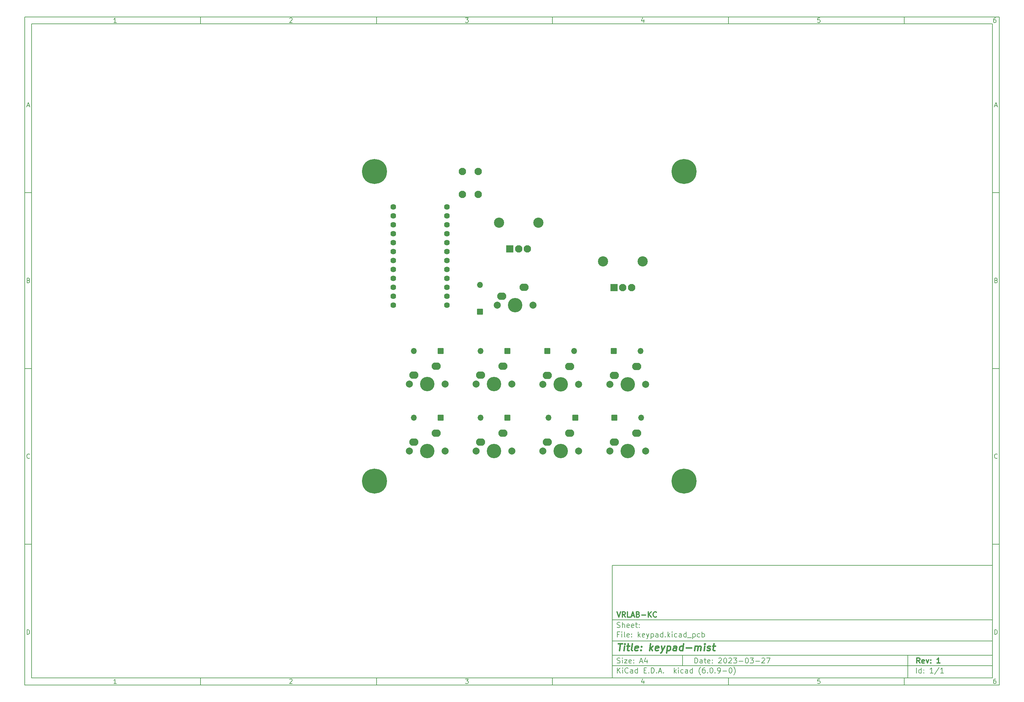
<source format=gbr>
G04 #@! TF.GenerationSoftware,KiCad,Pcbnew,(6.0.9-0)*
G04 #@! TF.CreationDate,2023-03-29T20:51:07+09:00*
G04 #@! TF.ProjectId,keypad,6b657970-6164-42e6-9b69-6361645f7063,1*
G04 #@! TF.SameCoordinates,Original*
G04 #@! TF.FileFunction,Soldermask,Bot*
G04 #@! TF.FilePolarity,Negative*
%FSLAX46Y46*%
G04 Gerber Fmt 4.6, Leading zero omitted, Abs format (unit mm)*
G04 Created by KiCad (PCBNEW (6.0.9-0)) date 2023-03-29 20:51:07*
%MOMM*%
%LPD*%
G01*
G04 APERTURE LIST*
G04 Aperture macros list*
%AMRoundRect*
0 Rectangle with rounded corners*
0 $1 Rounding radius*
0 $2 $3 $4 $5 $6 $7 $8 $9 X,Y pos of 4 corners*
0 Add a 4 corners polygon primitive as box body*
4,1,4,$2,$3,$4,$5,$6,$7,$8,$9,$2,$3,0*
0 Add four circle primitives for the rounded corners*
1,1,$1+$1,$2,$3*
1,1,$1+$1,$4,$5*
1,1,$1+$1,$6,$7*
1,1,$1+$1,$8,$9*
0 Add four rect primitives between the rounded corners*
20,1,$1+$1,$2,$3,$4,$5,0*
20,1,$1+$1,$4,$5,$6,$7,0*
20,1,$1+$1,$6,$7,$8,$9,0*
20,1,$1+$1,$8,$9,$2,$3,0*%
G04 Aperture macros list end*
%ADD10C,0.100000*%
%ADD11C,0.150000*%
%ADD12C,0.300000*%
%ADD13C,0.400000*%
%ADD14C,4.100000*%
%ADD15C,2.000000*%
%ADD16O,2.600000X2.100000*%
%ADD17RoundRect,0.050000X-0.800000X-0.800000X0.800000X-0.800000X0.800000X0.800000X-0.800000X0.800000X0*%
%ADD18O,1.700000X1.700000*%
%ADD19C,4.000000*%
%ADD20C,7.100000*%
%ADD21RoundRect,0.050000X0.800000X-0.800000X0.800000X0.800000X-0.800000X0.800000X-0.800000X-0.800000X0*%
%ADD22RoundRect,0.050000X0.800000X0.800000X-0.800000X0.800000X-0.800000X-0.800000X0.800000X-0.800000X0*%
%ADD23RoundRect,0.050000X1.000000X-1.000000X1.000000X1.000000X-1.000000X1.000000X-1.000000X-1.000000X0*%
%ADD24C,2.100000*%
%ADD25C,2.900000*%
%ADD26C,1.624000*%
G04 APERTURE END LIST*
D10*
D11*
X177002200Y-166007200D02*
X177002200Y-198007200D01*
X285002200Y-198007200D01*
X285002200Y-166007200D01*
X177002200Y-166007200D01*
D10*
D11*
X10000000Y-10000000D02*
X10000000Y-200007200D01*
X287002200Y-200007200D01*
X287002200Y-10000000D01*
X10000000Y-10000000D01*
D10*
D11*
X12000000Y-12000000D02*
X12000000Y-198007200D01*
X285002200Y-198007200D01*
X285002200Y-12000000D01*
X12000000Y-12000000D01*
D10*
D11*
X60000000Y-12000000D02*
X60000000Y-10000000D01*
D10*
D11*
X110000000Y-12000000D02*
X110000000Y-10000000D01*
D10*
D11*
X160000000Y-12000000D02*
X160000000Y-10000000D01*
D10*
D11*
X210000000Y-12000000D02*
X210000000Y-10000000D01*
D10*
D11*
X260000000Y-12000000D02*
X260000000Y-10000000D01*
D10*
D11*
X36065476Y-11588095D02*
X35322619Y-11588095D01*
X35694047Y-11588095D02*
X35694047Y-10288095D01*
X35570238Y-10473809D01*
X35446428Y-10597619D01*
X35322619Y-10659523D01*
D10*
D11*
X85322619Y-10411904D02*
X85384523Y-10350000D01*
X85508333Y-10288095D01*
X85817857Y-10288095D01*
X85941666Y-10350000D01*
X86003571Y-10411904D01*
X86065476Y-10535714D01*
X86065476Y-10659523D01*
X86003571Y-10845238D01*
X85260714Y-11588095D01*
X86065476Y-11588095D01*
D10*
D11*
X135260714Y-10288095D02*
X136065476Y-10288095D01*
X135632142Y-10783333D01*
X135817857Y-10783333D01*
X135941666Y-10845238D01*
X136003571Y-10907142D01*
X136065476Y-11030952D01*
X136065476Y-11340476D01*
X136003571Y-11464285D01*
X135941666Y-11526190D01*
X135817857Y-11588095D01*
X135446428Y-11588095D01*
X135322619Y-11526190D01*
X135260714Y-11464285D01*
D10*
D11*
X185941666Y-10721428D02*
X185941666Y-11588095D01*
X185632142Y-10226190D02*
X185322619Y-11154761D01*
X186127380Y-11154761D01*
D10*
D11*
X236003571Y-10288095D02*
X235384523Y-10288095D01*
X235322619Y-10907142D01*
X235384523Y-10845238D01*
X235508333Y-10783333D01*
X235817857Y-10783333D01*
X235941666Y-10845238D01*
X236003571Y-10907142D01*
X236065476Y-11030952D01*
X236065476Y-11340476D01*
X236003571Y-11464285D01*
X235941666Y-11526190D01*
X235817857Y-11588095D01*
X235508333Y-11588095D01*
X235384523Y-11526190D01*
X235322619Y-11464285D01*
D10*
D11*
X285941666Y-10288095D02*
X285694047Y-10288095D01*
X285570238Y-10350000D01*
X285508333Y-10411904D01*
X285384523Y-10597619D01*
X285322619Y-10845238D01*
X285322619Y-11340476D01*
X285384523Y-11464285D01*
X285446428Y-11526190D01*
X285570238Y-11588095D01*
X285817857Y-11588095D01*
X285941666Y-11526190D01*
X286003571Y-11464285D01*
X286065476Y-11340476D01*
X286065476Y-11030952D01*
X286003571Y-10907142D01*
X285941666Y-10845238D01*
X285817857Y-10783333D01*
X285570238Y-10783333D01*
X285446428Y-10845238D01*
X285384523Y-10907142D01*
X285322619Y-11030952D01*
D10*
D11*
X60000000Y-198007200D02*
X60000000Y-200007200D01*
D10*
D11*
X110000000Y-198007200D02*
X110000000Y-200007200D01*
D10*
D11*
X160000000Y-198007200D02*
X160000000Y-200007200D01*
D10*
D11*
X210000000Y-198007200D02*
X210000000Y-200007200D01*
D10*
D11*
X260000000Y-198007200D02*
X260000000Y-200007200D01*
D10*
D11*
X36065476Y-199595295D02*
X35322619Y-199595295D01*
X35694047Y-199595295D02*
X35694047Y-198295295D01*
X35570238Y-198481009D01*
X35446428Y-198604819D01*
X35322619Y-198666723D01*
D10*
D11*
X85322619Y-198419104D02*
X85384523Y-198357200D01*
X85508333Y-198295295D01*
X85817857Y-198295295D01*
X85941666Y-198357200D01*
X86003571Y-198419104D01*
X86065476Y-198542914D01*
X86065476Y-198666723D01*
X86003571Y-198852438D01*
X85260714Y-199595295D01*
X86065476Y-199595295D01*
D10*
D11*
X135260714Y-198295295D02*
X136065476Y-198295295D01*
X135632142Y-198790533D01*
X135817857Y-198790533D01*
X135941666Y-198852438D01*
X136003571Y-198914342D01*
X136065476Y-199038152D01*
X136065476Y-199347676D01*
X136003571Y-199471485D01*
X135941666Y-199533390D01*
X135817857Y-199595295D01*
X135446428Y-199595295D01*
X135322619Y-199533390D01*
X135260714Y-199471485D01*
D10*
D11*
X185941666Y-198728628D02*
X185941666Y-199595295D01*
X185632142Y-198233390D02*
X185322619Y-199161961D01*
X186127380Y-199161961D01*
D10*
D11*
X236003571Y-198295295D02*
X235384523Y-198295295D01*
X235322619Y-198914342D01*
X235384523Y-198852438D01*
X235508333Y-198790533D01*
X235817857Y-198790533D01*
X235941666Y-198852438D01*
X236003571Y-198914342D01*
X236065476Y-199038152D01*
X236065476Y-199347676D01*
X236003571Y-199471485D01*
X235941666Y-199533390D01*
X235817857Y-199595295D01*
X235508333Y-199595295D01*
X235384523Y-199533390D01*
X235322619Y-199471485D01*
D10*
D11*
X285941666Y-198295295D02*
X285694047Y-198295295D01*
X285570238Y-198357200D01*
X285508333Y-198419104D01*
X285384523Y-198604819D01*
X285322619Y-198852438D01*
X285322619Y-199347676D01*
X285384523Y-199471485D01*
X285446428Y-199533390D01*
X285570238Y-199595295D01*
X285817857Y-199595295D01*
X285941666Y-199533390D01*
X286003571Y-199471485D01*
X286065476Y-199347676D01*
X286065476Y-199038152D01*
X286003571Y-198914342D01*
X285941666Y-198852438D01*
X285817857Y-198790533D01*
X285570238Y-198790533D01*
X285446428Y-198852438D01*
X285384523Y-198914342D01*
X285322619Y-199038152D01*
D10*
D11*
X10000000Y-60000000D02*
X12000000Y-60000000D01*
D10*
D11*
X10000000Y-110000000D02*
X12000000Y-110000000D01*
D10*
D11*
X10000000Y-160000000D02*
X12000000Y-160000000D01*
D10*
D11*
X10690476Y-35216666D02*
X11309523Y-35216666D01*
X10566666Y-35588095D02*
X11000000Y-34288095D01*
X11433333Y-35588095D01*
D10*
D11*
X11092857Y-84907142D02*
X11278571Y-84969047D01*
X11340476Y-85030952D01*
X11402380Y-85154761D01*
X11402380Y-85340476D01*
X11340476Y-85464285D01*
X11278571Y-85526190D01*
X11154761Y-85588095D01*
X10659523Y-85588095D01*
X10659523Y-84288095D01*
X11092857Y-84288095D01*
X11216666Y-84350000D01*
X11278571Y-84411904D01*
X11340476Y-84535714D01*
X11340476Y-84659523D01*
X11278571Y-84783333D01*
X11216666Y-84845238D01*
X11092857Y-84907142D01*
X10659523Y-84907142D01*
D10*
D11*
X11402380Y-135464285D02*
X11340476Y-135526190D01*
X11154761Y-135588095D01*
X11030952Y-135588095D01*
X10845238Y-135526190D01*
X10721428Y-135402380D01*
X10659523Y-135278571D01*
X10597619Y-135030952D01*
X10597619Y-134845238D01*
X10659523Y-134597619D01*
X10721428Y-134473809D01*
X10845238Y-134350000D01*
X11030952Y-134288095D01*
X11154761Y-134288095D01*
X11340476Y-134350000D01*
X11402380Y-134411904D01*
D10*
D11*
X10659523Y-185588095D02*
X10659523Y-184288095D01*
X10969047Y-184288095D01*
X11154761Y-184350000D01*
X11278571Y-184473809D01*
X11340476Y-184597619D01*
X11402380Y-184845238D01*
X11402380Y-185030952D01*
X11340476Y-185278571D01*
X11278571Y-185402380D01*
X11154761Y-185526190D01*
X10969047Y-185588095D01*
X10659523Y-185588095D01*
D10*
D11*
X287002200Y-60000000D02*
X285002200Y-60000000D01*
D10*
D11*
X287002200Y-110000000D02*
X285002200Y-110000000D01*
D10*
D11*
X287002200Y-160000000D02*
X285002200Y-160000000D01*
D10*
D11*
X285692676Y-35216666D02*
X286311723Y-35216666D01*
X285568866Y-35588095D02*
X286002200Y-34288095D01*
X286435533Y-35588095D01*
D10*
D11*
X286095057Y-84907142D02*
X286280771Y-84969047D01*
X286342676Y-85030952D01*
X286404580Y-85154761D01*
X286404580Y-85340476D01*
X286342676Y-85464285D01*
X286280771Y-85526190D01*
X286156961Y-85588095D01*
X285661723Y-85588095D01*
X285661723Y-84288095D01*
X286095057Y-84288095D01*
X286218866Y-84350000D01*
X286280771Y-84411904D01*
X286342676Y-84535714D01*
X286342676Y-84659523D01*
X286280771Y-84783333D01*
X286218866Y-84845238D01*
X286095057Y-84907142D01*
X285661723Y-84907142D01*
D10*
D11*
X286404580Y-135464285D02*
X286342676Y-135526190D01*
X286156961Y-135588095D01*
X286033152Y-135588095D01*
X285847438Y-135526190D01*
X285723628Y-135402380D01*
X285661723Y-135278571D01*
X285599819Y-135030952D01*
X285599819Y-134845238D01*
X285661723Y-134597619D01*
X285723628Y-134473809D01*
X285847438Y-134350000D01*
X286033152Y-134288095D01*
X286156961Y-134288095D01*
X286342676Y-134350000D01*
X286404580Y-134411904D01*
D10*
D11*
X285661723Y-185588095D02*
X285661723Y-184288095D01*
X285971247Y-184288095D01*
X286156961Y-184350000D01*
X286280771Y-184473809D01*
X286342676Y-184597619D01*
X286404580Y-184845238D01*
X286404580Y-185030952D01*
X286342676Y-185278571D01*
X286280771Y-185402380D01*
X286156961Y-185526190D01*
X285971247Y-185588095D01*
X285661723Y-185588095D01*
D10*
D11*
X200434342Y-193785771D02*
X200434342Y-192285771D01*
X200791485Y-192285771D01*
X201005771Y-192357200D01*
X201148628Y-192500057D01*
X201220057Y-192642914D01*
X201291485Y-192928628D01*
X201291485Y-193142914D01*
X201220057Y-193428628D01*
X201148628Y-193571485D01*
X201005771Y-193714342D01*
X200791485Y-193785771D01*
X200434342Y-193785771D01*
X202577200Y-193785771D02*
X202577200Y-193000057D01*
X202505771Y-192857200D01*
X202362914Y-192785771D01*
X202077200Y-192785771D01*
X201934342Y-192857200D01*
X202577200Y-193714342D02*
X202434342Y-193785771D01*
X202077200Y-193785771D01*
X201934342Y-193714342D01*
X201862914Y-193571485D01*
X201862914Y-193428628D01*
X201934342Y-193285771D01*
X202077200Y-193214342D01*
X202434342Y-193214342D01*
X202577200Y-193142914D01*
X203077200Y-192785771D02*
X203648628Y-192785771D01*
X203291485Y-192285771D02*
X203291485Y-193571485D01*
X203362914Y-193714342D01*
X203505771Y-193785771D01*
X203648628Y-193785771D01*
X204720057Y-193714342D02*
X204577200Y-193785771D01*
X204291485Y-193785771D01*
X204148628Y-193714342D01*
X204077200Y-193571485D01*
X204077200Y-193000057D01*
X204148628Y-192857200D01*
X204291485Y-192785771D01*
X204577200Y-192785771D01*
X204720057Y-192857200D01*
X204791485Y-193000057D01*
X204791485Y-193142914D01*
X204077200Y-193285771D01*
X205434342Y-193642914D02*
X205505771Y-193714342D01*
X205434342Y-193785771D01*
X205362914Y-193714342D01*
X205434342Y-193642914D01*
X205434342Y-193785771D01*
X205434342Y-192857200D02*
X205505771Y-192928628D01*
X205434342Y-193000057D01*
X205362914Y-192928628D01*
X205434342Y-192857200D01*
X205434342Y-193000057D01*
X207220057Y-192428628D02*
X207291485Y-192357200D01*
X207434342Y-192285771D01*
X207791485Y-192285771D01*
X207934342Y-192357200D01*
X208005771Y-192428628D01*
X208077200Y-192571485D01*
X208077200Y-192714342D01*
X208005771Y-192928628D01*
X207148628Y-193785771D01*
X208077200Y-193785771D01*
X209005771Y-192285771D02*
X209148628Y-192285771D01*
X209291485Y-192357200D01*
X209362914Y-192428628D01*
X209434342Y-192571485D01*
X209505771Y-192857200D01*
X209505771Y-193214342D01*
X209434342Y-193500057D01*
X209362914Y-193642914D01*
X209291485Y-193714342D01*
X209148628Y-193785771D01*
X209005771Y-193785771D01*
X208862914Y-193714342D01*
X208791485Y-193642914D01*
X208720057Y-193500057D01*
X208648628Y-193214342D01*
X208648628Y-192857200D01*
X208720057Y-192571485D01*
X208791485Y-192428628D01*
X208862914Y-192357200D01*
X209005771Y-192285771D01*
X210077200Y-192428628D02*
X210148628Y-192357200D01*
X210291485Y-192285771D01*
X210648628Y-192285771D01*
X210791485Y-192357200D01*
X210862914Y-192428628D01*
X210934342Y-192571485D01*
X210934342Y-192714342D01*
X210862914Y-192928628D01*
X210005771Y-193785771D01*
X210934342Y-193785771D01*
X211434342Y-192285771D02*
X212362914Y-192285771D01*
X211862914Y-192857200D01*
X212077200Y-192857200D01*
X212220057Y-192928628D01*
X212291485Y-193000057D01*
X212362914Y-193142914D01*
X212362914Y-193500057D01*
X212291485Y-193642914D01*
X212220057Y-193714342D01*
X212077200Y-193785771D01*
X211648628Y-193785771D01*
X211505771Y-193714342D01*
X211434342Y-193642914D01*
X213005771Y-193214342D02*
X214148628Y-193214342D01*
X215148628Y-192285771D02*
X215291485Y-192285771D01*
X215434342Y-192357200D01*
X215505771Y-192428628D01*
X215577200Y-192571485D01*
X215648628Y-192857200D01*
X215648628Y-193214342D01*
X215577200Y-193500057D01*
X215505771Y-193642914D01*
X215434342Y-193714342D01*
X215291485Y-193785771D01*
X215148628Y-193785771D01*
X215005771Y-193714342D01*
X214934342Y-193642914D01*
X214862914Y-193500057D01*
X214791485Y-193214342D01*
X214791485Y-192857200D01*
X214862914Y-192571485D01*
X214934342Y-192428628D01*
X215005771Y-192357200D01*
X215148628Y-192285771D01*
X216148628Y-192285771D02*
X217077200Y-192285771D01*
X216577200Y-192857200D01*
X216791485Y-192857200D01*
X216934342Y-192928628D01*
X217005771Y-193000057D01*
X217077200Y-193142914D01*
X217077200Y-193500057D01*
X217005771Y-193642914D01*
X216934342Y-193714342D01*
X216791485Y-193785771D01*
X216362914Y-193785771D01*
X216220057Y-193714342D01*
X216148628Y-193642914D01*
X217720057Y-193214342D02*
X218862914Y-193214342D01*
X219505771Y-192428628D02*
X219577200Y-192357200D01*
X219720057Y-192285771D01*
X220077200Y-192285771D01*
X220220057Y-192357200D01*
X220291485Y-192428628D01*
X220362914Y-192571485D01*
X220362914Y-192714342D01*
X220291485Y-192928628D01*
X219434342Y-193785771D01*
X220362914Y-193785771D01*
X220862914Y-192285771D02*
X221862914Y-192285771D01*
X221220057Y-193785771D01*
D10*
D11*
X177002200Y-194507200D02*
X285002200Y-194507200D01*
D10*
D11*
X178434342Y-196585771D02*
X178434342Y-195085771D01*
X179291485Y-196585771D02*
X178648628Y-195728628D01*
X179291485Y-195085771D02*
X178434342Y-195942914D01*
X179934342Y-196585771D02*
X179934342Y-195585771D01*
X179934342Y-195085771D02*
X179862914Y-195157200D01*
X179934342Y-195228628D01*
X180005771Y-195157200D01*
X179934342Y-195085771D01*
X179934342Y-195228628D01*
X181505771Y-196442914D02*
X181434342Y-196514342D01*
X181220057Y-196585771D01*
X181077200Y-196585771D01*
X180862914Y-196514342D01*
X180720057Y-196371485D01*
X180648628Y-196228628D01*
X180577200Y-195942914D01*
X180577200Y-195728628D01*
X180648628Y-195442914D01*
X180720057Y-195300057D01*
X180862914Y-195157200D01*
X181077200Y-195085771D01*
X181220057Y-195085771D01*
X181434342Y-195157200D01*
X181505771Y-195228628D01*
X182791485Y-196585771D02*
X182791485Y-195800057D01*
X182720057Y-195657200D01*
X182577200Y-195585771D01*
X182291485Y-195585771D01*
X182148628Y-195657200D01*
X182791485Y-196514342D02*
X182648628Y-196585771D01*
X182291485Y-196585771D01*
X182148628Y-196514342D01*
X182077200Y-196371485D01*
X182077200Y-196228628D01*
X182148628Y-196085771D01*
X182291485Y-196014342D01*
X182648628Y-196014342D01*
X182791485Y-195942914D01*
X184148628Y-196585771D02*
X184148628Y-195085771D01*
X184148628Y-196514342D02*
X184005771Y-196585771D01*
X183720057Y-196585771D01*
X183577200Y-196514342D01*
X183505771Y-196442914D01*
X183434342Y-196300057D01*
X183434342Y-195871485D01*
X183505771Y-195728628D01*
X183577200Y-195657200D01*
X183720057Y-195585771D01*
X184005771Y-195585771D01*
X184148628Y-195657200D01*
X186005771Y-195800057D02*
X186505771Y-195800057D01*
X186720057Y-196585771D02*
X186005771Y-196585771D01*
X186005771Y-195085771D01*
X186720057Y-195085771D01*
X187362914Y-196442914D02*
X187434342Y-196514342D01*
X187362914Y-196585771D01*
X187291485Y-196514342D01*
X187362914Y-196442914D01*
X187362914Y-196585771D01*
X188077200Y-196585771D02*
X188077200Y-195085771D01*
X188434342Y-195085771D01*
X188648628Y-195157200D01*
X188791485Y-195300057D01*
X188862914Y-195442914D01*
X188934342Y-195728628D01*
X188934342Y-195942914D01*
X188862914Y-196228628D01*
X188791485Y-196371485D01*
X188648628Y-196514342D01*
X188434342Y-196585771D01*
X188077200Y-196585771D01*
X189577200Y-196442914D02*
X189648628Y-196514342D01*
X189577200Y-196585771D01*
X189505771Y-196514342D01*
X189577200Y-196442914D01*
X189577200Y-196585771D01*
X190220057Y-196157200D02*
X190934342Y-196157200D01*
X190077200Y-196585771D02*
X190577200Y-195085771D01*
X191077200Y-196585771D01*
X191577200Y-196442914D02*
X191648628Y-196514342D01*
X191577200Y-196585771D01*
X191505771Y-196514342D01*
X191577200Y-196442914D01*
X191577200Y-196585771D01*
X194577200Y-196585771D02*
X194577200Y-195085771D01*
X194720057Y-196014342D02*
X195148628Y-196585771D01*
X195148628Y-195585771D02*
X194577200Y-196157200D01*
X195791485Y-196585771D02*
X195791485Y-195585771D01*
X195791485Y-195085771D02*
X195720057Y-195157200D01*
X195791485Y-195228628D01*
X195862914Y-195157200D01*
X195791485Y-195085771D01*
X195791485Y-195228628D01*
X197148628Y-196514342D02*
X197005771Y-196585771D01*
X196720057Y-196585771D01*
X196577200Y-196514342D01*
X196505771Y-196442914D01*
X196434342Y-196300057D01*
X196434342Y-195871485D01*
X196505771Y-195728628D01*
X196577200Y-195657200D01*
X196720057Y-195585771D01*
X197005771Y-195585771D01*
X197148628Y-195657200D01*
X198434342Y-196585771D02*
X198434342Y-195800057D01*
X198362914Y-195657200D01*
X198220057Y-195585771D01*
X197934342Y-195585771D01*
X197791485Y-195657200D01*
X198434342Y-196514342D02*
X198291485Y-196585771D01*
X197934342Y-196585771D01*
X197791485Y-196514342D01*
X197720057Y-196371485D01*
X197720057Y-196228628D01*
X197791485Y-196085771D01*
X197934342Y-196014342D01*
X198291485Y-196014342D01*
X198434342Y-195942914D01*
X199791485Y-196585771D02*
X199791485Y-195085771D01*
X199791485Y-196514342D02*
X199648628Y-196585771D01*
X199362914Y-196585771D01*
X199220057Y-196514342D01*
X199148628Y-196442914D01*
X199077200Y-196300057D01*
X199077200Y-195871485D01*
X199148628Y-195728628D01*
X199220057Y-195657200D01*
X199362914Y-195585771D01*
X199648628Y-195585771D01*
X199791485Y-195657200D01*
X202077200Y-197157200D02*
X202005771Y-197085771D01*
X201862914Y-196871485D01*
X201791485Y-196728628D01*
X201720057Y-196514342D01*
X201648628Y-196157200D01*
X201648628Y-195871485D01*
X201720057Y-195514342D01*
X201791485Y-195300057D01*
X201862914Y-195157200D01*
X202005771Y-194942914D01*
X202077200Y-194871485D01*
X203291485Y-195085771D02*
X203005771Y-195085771D01*
X202862914Y-195157200D01*
X202791485Y-195228628D01*
X202648628Y-195442914D01*
X202577200Y-195728628D01*
X202577200Y-196300057D01*
X202648628Y-196442914D01*
X202720057Y-196514342D01*
X202862914Y-196585771D01*
X203148628Y-196585771D01*
X203291485Y-196514342D01*
X203362914Y-196442914D01*
X203434342Y-196300057D01*
X203434342Y-195942914D01*
X203362914Y-195800057D01*
X203291485Y-195728628D01*
X203148628Y-195657200D01*
X202862914Y-195657200D01*
X202720057Y-195728628D01*
X202648628Y-195800057D01*
X202577200Y-195942914D01*
X204077200Y-196442914D02*
X204148628Y-196514342D01*
X204077200Y-196585771D01*
X204005771Y-196514342D01*
X204077200Y-196442914D01*
X204077200Y-196585771D01*
X205077200Y-195085771D02*
X205220057Y-195085771D01*
X205362914Y-195157200D01*
X205434342Y-195228628D01*
X205505771Y-195371485D01*
X205577200Y-195657200D01*
X205577200Y-196014342D01*
X205505771Y-196300057D01*
X205434342Y-196442914D01*
X205362914Y-196514342D01*
X205220057Y-196585771D01*
X205077200Y-196585771D01*
X204934342Y-196514342D01*
X204862914Y-196442914D01*
X204791485Y-196300057D01*
X204720057Y-196014342D01*
X204720057Y-195657200D01*
X204791485Y-195371485D01*
X204862914Y-195228628D01*
X204934342Y-195157200D01*
X205077200Y-195085771D01*
X206220057Y-196442914D02*
X206291485Y-196514342D01*
X206220057Y-196585771D01*
X206148628Y-196514342D01*
X206220057Y-196442914D01*
X206220057Y-196585771D01*
X207005771Y-196585771D02*
X207291485Y-196585771D01*
X207434342Y-196514342D01*
X207505771Y-196442914D01*
X207648628Y-196228628D01*
X207720057Y-195942914D01*
X207720057Y-195371485D01*
X207648628Y-195228628D01*
X207577200Y-195157200D01*
X207434342Y-195085771D01*
X207148628Y-195085771D01*
X207005771Y-195157200D01*
X206934342Y-195228628D01*
X206862914Y-195371485D01*
X206862914Y-195728628D01*
X206934342Y-195871485D01*
X207005771Y-195942914D01*
X207148628Y-196014342D01*
X207434342Y-196014342D01*
X207577200Y-195942914D01*
X207648628Y-195871485D01*
X207720057Y-195728628D01*
X208362914Y-196014342D02*
X209505771Y-196014342D01*
X210505771Y-195085771D02*
X210648628Y-195085771D01*
X210791485Y-195157200D01*
X210862914Y-195228628D01*
X210934342Y-195371485D01*
X211005771Y-195657200D01*
X211005771Y-196014342D01*
X210934342Y-196300057D01*
X210862914Y-196442914D01*
X210791485Y-196514342D01*
X210648628Y-196585771D01*
X210505771Y-196585771D01*
X210362914Y-196514342D01*
X210291485Y-196442914D01*
X210220057Y-196300057D01*
X210148628Y-196014342D01*
X210148628Y-195657200D01*
X210220057Y-195371485D01*
X210291485Y-195228628D01*
X210362914Y-195157200D01*
X210505771Y-195085771D01*
X211505771Y-197157200D02*
X211577200Y-197085771D01*
X211720057Y-196871485D01*
X211791485Y-196728628D01*
X211862914Y-196514342D01*
X211934342Y-196157200D01*
X211934342Y-195871485D01*
X211862914Y-195514342D01*
X211791485Y-195300057D01*
X211720057Y-195157200D01*
X211577200Y-194942914D01*
X211505771Y-194871485D01*
D10*
D11*
X177002200Y-191507200D02*
X285002200Y-191507200D01*
D10*
D12*
X264411485Y-193785771D02*
X263911485Y-193071485D01*
X263554342Y-193785771D02*
X263554342Y-192285771D01*
X264125771Y-192285771D01*
X264268628Y-192357200D01*
X264340057Y-192428628D01*
X264411485Y-192571485D01*
X264411485Y-192785771D01*
X264340057Y-192928628D01*
X264268628Y-193000057D01*
X264125771Y-193071485D01*
X263554342Y-193071485D01*
X265625771Y-193714342D02*
X265482914Y-193785771D01*
X265197200Y-193785771D01*
X265054342Y-193714342D01*
X264982914Y-193571485D01*
X264982914Y-193000057D01*
X265054342Y-192857200D01*
X265197200Y-192785771D01*
X265482914Y-192785771D01*
X265625771Y-192857200D01*
X265697200Y-193000057D01*
X265697200Y-193142914D01*
X264982914Y-193285771D01*
X266197200Y-192785771D02*
X266554342Y-193785771D01*
X266911485Y-192785771D01*
X267482914Y-193642914D02*
X267554342Y-193714342D01*
X267482914Y-193785771D01*
X267411485Y-193714342D01*
X267482914Y-193642914D01*
X267482914Y-193785771D01*
X267482914Y-192857200D02*
X267554342Y-192928628D01*
X267482914Y-193000057D01*
X267411485Y-192928628D01*
X267482914Y-192857200D01*
X267482914Y-193000057D01*
X270125771Y-193785771D02*
X269268628Y-193785771D01*
X269697200Y-193785771D02*
X269697200Y-192285771D01*
X269554342Y-192500057D01*
X269411485Y-192642914D01*
X269268628Y-192714342D01*
D10*
D11*
X178362914Y-193714342D02*
X178577200Y-193785771D01*
X178934342Y-193785771D01*
X179077200Y-193714342D01*
X179148628Y-193642914D01*
X179220057Y-193500057D01*
X179220057Y-193357200D01*
X179148628Y-193214342D01*
X179077200Y-193142914D01*
X178934342Y-193071485D01*
X178648628Y-193000057D01*
X178505771Y-192928628D01*
X178434342Y-192857200D01*
X178362914Y-192714342D01*
X178362914Y-192571485D01*
X178434342Y-192428628D01*
X178505771Y-192357200D01*
X178648628Y-192285771D01*
X179005771Y-192285771D01*
X179220057Y-192357200D01*
X179862914Y-193785771D02*
X179862914Y-192785771D01*
X179862914Y-192285771D02*
X179791485Y-192357200D01*
X179862914Y-192428628D01*
X179934342Y-192357200D01*
X179862914Y-192285771D01*
X179862914Y-192428628D01*
X180434342Y-192785771D02*
X181220057Y-192785771D01*
X180434342Y-193785771D01*
X181220057Y-193785771D01*
X182362914Y-193714342D02*
X182220057Y-193785771D01*
X181934342Y-193785771D01*
X181791485Y-193714342D01*
X181720057Y-193571485D01*
X181720057Y-193000057D01*
X181791485Y-192857200D01*
X181934342Y-192785771D01*
X182220057Y-192785771D01*
X182362914Y-192857200D01*
X182434342Y-193000057D01*
X182434342Y-193142914D01*
X181720057Y-193285771D01*
X183077200Y-193642914D02*
X183148628Y-193714342D01*
X183077200Y-193785771D01*
X183005771Y-193714342D01*
X183077200Y-193642914D01*
X183077200Y-193785771D01*
X183077200Y-192857200D02*
X183148628Y-192928628D01*
X183077200Y-193000057D01*
X183005771Y-192928628D01*
X183077200Y-192857200D01*
X183077200Y-193000057D01*
X184862914Y-193357200D02*
X185577200Y-193357200D01*
X184720057Y-193785771D02*
X185220057Y-192285771D01*
X185720057Y-193785771D01*
X186862914Y-192785771D02*
X186862914Y-193785771D01*
X186505771Y-192214342D02*
X186148628Y-193285771D01*
X187077200Y-193285771D01*
D10*
D11*
X263434342Y-196585771D02*
X263434342Y-195085771D01*
X264791485Y-196585771D02*
X264791485Y-195085771D01*
X264791485Y-196514342D02*
X264648628Y-196585771D01*
X264362914Y-196585771D01*
X264220057Y-196514342D01*
X264148628Y-196442914D01*
X264077200Y-196300057D01*
X264077200Y-195871485D01*
X264148628Y-195728628D01*
X264220057Y-195657200D01*
X264362914Y-195585771D01*
X264648628Y-195585771D01*
X264791485Y-195657200D01*
X265505771Y-196442914D02*
X265577200Y-196514342D01*
X265505771Y-196585771D01*
X265434342Y-196514342D01*
X265505771Y-196442914D01*
X265505771Y-196585771D01*
X265505771Y-195657200D02*
X265577200Y-195728628D01*
X265505771Y-195800057D01*
X265434342Y-195728628D01*
X265505771Y-195657200D01*
X265505771Y-195800057D01*
X268148628Y-196585771D02*
X267291485Y-196585771D01*
X267720057Y-196585771D02*
X267720057Y-195085771D01*
X267577200Y-195300057D01*
X267434342Y-195442914D01*
X267291485Y-195514342D01*
X269862914Y-195014342D02*
X268577200Y-196942914D01*
X271148628Y-196585771D02*
X270291485Y-196585771D01*
X270720057Y-196585771D02*
X270720057Y-195085771D01*
X270577200Y-195300057D01*
X270434342Y-195442914D01*
X270291485Y-195514342D01*
D10*
D11*
X177002200Y-187507200D02*
X285002200Y-187507200D01*
D10*
D13*
X178714580Y-188211961D02*
X179857438Y-188211961D01*
X179036009Y-190211961D02*
X179286009Y-188211961D01*
X180274104Y-190211961D02*
X180440771Y-188878628D01*
X180524104Y-188211961D02*
X180416961Y-188307200D01*
X180500295Y-188402438D01*
X180607438Y-188307200D01*
X180524104Y-188211961D01*
X180500295Y-188402438D01*
X181107438Y-188878628D02*
X181869342Y-188878628D01*
X181476485Y-188211961D02*
X181262200Y-189926247D01*
X181333628Y-190116723D01*
X181512200Y-190211961D01*
X181702676Y-190211961D01*
X182655057Y-190211961D02*
X182476485Y-190116723D01*
X182405057Y-189926247D01*
X182619342Y-188211961D01*
X184190771Y-190116723D02*
X183988390Y-190211961D01*
X183607438Y-190211961D01*
X183428866Y-190116723D01*
X183357438Y-189926247D01*
X183452676Y-189164342D01*
X183571723Y-188973866D01*
X183774104Y-188878628D01*
X184155057Y-188878628D01*
X184333628Y-188973866D01*
X184405057Y-189164342D01*
X184381247Y-189354819D01*
X183405057Y-189545295D01*
X185155057Y-190021485D02*
X185238390Y-190116723D01*
X185131247Y-190211961D01*
X185047914Y-190116723D01*
X185155057Y-190021485D01*
X185131247Y-190211961D01*
X185286009Y-188973866D02*
X185369342Y-189069104D01*
X185262200Y-189164342D01*
X185178866Y-189069104D01*
X185286009Y-188973866D01*
X185262200Y-189164342D01*
X187607438Y-190211961D02*
X187857438Y-188211961D01*
X187893152Y-189450057D02*
X188369342Y-190211961D01*
X188536009Y-188878628D02*
X187678866Y-189640533D01*
X190000295Y-190116723D02*
X189797914Y-190211961D01*
X189416961Y-190211961D01*
X189238390Y-190116723D01*
X189166961Y-189926247D01*
X189262200Y-189164342D01*
X189381247Y-188973866D01*
X189583628Y-188878628D01*
X189964580Y-188878628D01*
X190143152Y-188973866D01*
X190214580Y-189164342D01*
X190190771Y-189354819D01*
X189214580Y-189545295D01*
X190916961Y-188878628D02*
X191226485Y-190211961D01*
X191869342Y-188878628D02*
X191226485Y-190211961D01*
X190976485Y-190688152D01*
X190869342Y-190783390D01*
X190666961Y-190878628D01*
X192631247Y-188878628D02*
X192381247Y-190878628D01*
X192619342Y-188973866D02*
X192821723Y-188878628D01*
X193202676Y-188878628D01*
X193381247Y-188973866D01*
X193464580Y-189069104D01*
X193536009Y-189259580D01*
X193464580Y-189831009D01*
X193345533Y-190021485D01*
X193238390Y-190116723D01*
X193036009Y-190211961D01*
X192655057Y-190211961D01*
X192476485Y-190116723D01*
X195131247Y-190211961D02*
X195262200Y-189164342D01*
X195190771Y-188973866D01*
X195012200Y-188878628D01*
X194631247Y-188878628D01*
X194428866Y-188973866D01*
X195143152Y-190116723D02*
X194940771Y-190211961D01*
X194464580Y-190211961D01*
X194286009Y-190116723D01*
X194214580Y-189926247D01*
X194238390Y-189735771D01*
X194357438Y-189545295D01*
X194559819Y-189450057D01*
X195036009Y-189450057D01*
X195238390Y-189354819D01*
X196940771Y-190211961D02*
X197190771Y-188211961D01*
X196952676Y-190116723D02*
X196750295Y-190211961D01*
X196369342Y-190211961D01*
X196190771Y-190116723D01*
X196107438Y-190021485D01*
X196036009Y-189831009D01*
X196107438Y-189259580D01*
X196226485Y-189069104D01*
X196333628Y-188973866D01*
X196536009Y-188878628D01*
X196916961Y-188878628D01*
X197095533Y-188973866D01*
X197988390Y-189450057D02*
X199512200Y-189450057D01*
X200369342Y-190211961D02*
X200536009Y-188878628D01*
X200512200Y-189069104D02*
X200619342Y-188973866D01*
X200821723Y-188878628D01*
X201107438Y-188878628D01*
X201286009Y-188973866D01*
X201357438Y-189164342D01*
X201226485Y-190211961D01*
X201357438Y-189164342D02*
X201476485Y-188973866D01*
X201678866Y-188878628D01*
X201964580Y-188878628D01*
X202143152Y-188973866D01*
X202214580Y-189164342D01*
X202083628Y-190211961D01*
X203036009Y-190211961D02*
X203202676Y-188878628D01*
X203286009Y-188211961D02*
X203178866Y-188307200D01*
X203262200Y-188402438D01*
X203369342Y-188307200D01*
X203286009Y-188211961D01*
X203262200Y-188402438D01*
X203905057Y-190116723D02*
X204083628Y-190211961D01*
X204464580Y-190211961D01*
X204666961Y-190116723D01*
X204786009Y-189926247D01*
X204797914Y-189831009D01*
X204726485Y-189640533D01*
X204547914Y-189545295D01*
X204262200Y-189545295D01*
X204083628Y-189450057D01*
X204012200Y-189259580D01*
X204024104Y-189164342D01*
X204143152Y-188973866D01*
X204345533Y-188878628D01*
X204631247Y-188878628D01*
X204809819Y-188973866D01*
X205488390Y-188878628D02*
X206250295Y-188878628D01*
X205857438Y-188211961D02*
X205643152Y-189926247D01*
X205714580Y-190116723D01*
X205893152Y-190211961D01*
X206083628Y-190211961D01*
D10*
D11*
X178934342Y-185600057D02*
X178434342Y-185600057D01*
X178434342Y-186385771D02*
X178434342Y-184885771D01*
X179148628Y-184885771D01*
X179720057Y-186385771D02*
X179720057Y-185385771D01*
X179720057Y-184885771D02*
X179648628Y-184957200D01*
X179720057Y-185028628D01*
X179791485Y-184957200D01*
X179720057Y-184885771D01*
X179720057Y-185028628D01*
X180648628Y-186385771D02*
X180505771Y-186314342D01*
X180434342Y-186171485D01*
X180434342Y-184885771D01*
X181791485Y-186314342D02*
X181648628Y-186385771D01*
X181362914Y-186385771D01*
X181220057Y-186314342D01*
X181148628Y-186171485D01*
X181148628Y-185600057D01*
X181220057Y-185457200D01*
X181362914Y-185385771D01*
X181648628Y-185385771D01*
X181791485Y-185457200D01*
X181862914Y-185600057D01*
X181862914Y-185742914D01*
X181148628Y-185885771D01*
X182505771Y-186242914D02*
X182577200Y-186314342D01*
X182505771Y-186385771D01*
X182434342Y-186314342D01*
X182505771Y-186242914D01*
X182505771Y-186385771D01*
X182505771Y-185457200D02*
X182577200Y-185528628D01*
X182505771Y-185600057D01*
X182434342Y-185528628D01*
X182505771Y-185457200D01*
X182505771Y-185600057D01*
X184362914Y-186385771D02*
X184362914Y-184885771D01*
X184505771Y-185814342D02*
X184934342Y-186385771D01*
X184934342Y-185385771D02*
X184362914Y-185957200D01*
X186148628Y-186314342D02*
X186005771Y-186385771D01*
X185720057Y-186385771D01*
X185577200Y-186314342D01*
X185505771Y-186171485D01*
X185505771Y-185600057D01*
X185577200Y-185457200D01*
X185720057Y-185385771D01*
X186005771Y-185385771D01*
X186148628Y-185457200D01*
X186220057Y-185600057D01*
X186220057Y-185742914D01*
X185505771Y-185885771D01*
X186720057Y-185385771D02*
X187077200Y-186385771D01*
X187434342Y-185385771D02*
X187077200Y-186385771D01*
X186934342Y-186742914D01*
X186862914Y-186814342D01*
X186720057Y-186885771D01*
X188005771Y-185385771D02*
X188005771Y-186885771D01*
X188005771Y-185457200D02*
X188148628Y-185385771D01*
X188434342Y-185385771D01*
X188577200Y-185457200D01*
X188648628Y-185528628D01*
X188720057Y-185671485D01*
X188720057Y-186100057D01*
X188648628Y-186242914D01*
X188577200Y-186314342D01*
X188434342Y-186385771D01*
X188148628Y-186385771D01*
X188005771Y-186314342D01*
X190005771Y-186385771D02*
X190005771Y-185600057D01*
X189934342Y-185457200D01*
X189791485Y-185385771D01*
X189505771Y-185385771D01*
X189362914Y-185457200D01*
X190005771Y-186314342D02*
X189862914Y-186385771D01*
X189505771Y-186385771D01*
X189362914Y-186314342D01*
X189291485Y-186171485D01*
X189291485Y-186028628D01*
X189362914Y-185885771D01*
X189505771Y-185814342D01*
X189862914Y-185814342D01*
X190005771Y-185742914D01*
X191362914Y-186385771D02*
X191362914Y-184885771D01*
X191362914Y-186314342D02*
X191220057Y-186385771D01*
X190934342Y-186385771D01*
X190791485Y-186314342D01*
X190720057Y-186242914D01*
X190648628Y-186100057D01*
X190648628Y-185671485D01*
X190720057Y-185528628D01*
X190791485Y-185457200D01*
X190934342Y-185385771D01*
X191220057Y-185385771D01*
X191362914Y-185457200D01*
X192077200Y-186242914D02*
X192148628Y-186314342D01*
X192077200Y-186385771D01*
X192005771Y-186314342D01*
X192077200Y-186242914D01*
X192077200Y-186385771D01*
X192791485Y-186385771D02*
X192791485Y-184885771D01*
X192934342Y-185814342D02*
X193362914Y-186385771D01*
X193362914Y-185385771D02*
X192791485Y-185957200D01*
X194005771Y-186385771D02*
X194005771Y-185385771D01*
X194005771Y-184885771D02*
X193934342Y-184957200D01*
X194005771Y-185028628D01*
X194077200Y-184957200D01*
X194005771Y-184885771D01*
X194005771Y-185028628D01*
X195362914Y-186314342D02*
X195220057Y-186385771D01*
X194934342Y-186385771D01*
X194791485Y-186314342D01*
X194720057Y-186242914D01*
X194648628Y-186100057D01*
X194648628Y-185671485D01*
X194720057Y-185528628D01*
X194791485Y-185457200D01*
X194934342Y-185385771D01*
X195220057Y-185385771D01*
X195362914Y-185457200D01*
X196648628Y-186385771D02*
X196648628Y-185600057D01*
X196577200Y-185457200D01*
X196434342Y-185385771D01*
X196148628Y-185385771D01*
X196005771Y-185457200D01*
X196648628Y-186314342D02*
X196505771Y-186385771D01*
X196148628Y-186385771D01*
X196005771Y-186314342D01*
X195934342Y-186171485D01*
X195934342Y-186028628D01*
X196005771Y-185885771D01*
X196148628Y-185814342D01*
X196505771Y-185814342D01*
X196648628Y-185742914D01*
X198005771Y-186385771D02*
X198005771Y-184885771D01*
X198005771Y-186314342D02*
X197862914Y-186385771D01*
X197577200Y-186385771D01*
X197434342Y-186314342D01*
X197362914Y-186242914D01*
X197291485Y-186100057D01*
X197291485Y-185671485D01*
X197362914Y-185528628D01*
X197434342Y-185457200D01*
X197577200Y-185385771D01*
X197862914Y-185385771D01*
X198005771Y-185457200D01*
X198362914Y-186528628D02*
X199505771Y-186528628D01*
X199862914Y-185385771D02*
X199862914Y-186885771D01*
X199862914Y-185457200D02*
X200005771Y-185385771D01*
X200291485Y-185385771D01*
X200434342Y-185457200D01*
X200505771Y-185528628D01*
X200577200Y-185671485D01*
X200577200Y-186100057D01*
X200505771Y-186242914D01*
X200434342Y-186314342D01*
X200291485Y-186385771D01*
X200005771Y-186385771D01*
X199862914Y-186314342D01*
X201862914Y-186314342D02*
X201720057Y-186385771D01*
X201434342Y-186385771D01*
X201291485Y-186314342D01*
X201220057Y-186242914D01*
X201148628Y-186100057D01*
X201148628Y-185671485D01*
X201220057Y-185528628D01*
X201291485Y-185457200D01*
X201434342Y-185385771D01*
X201720057Y-185385771D01*
X201862914Y-185457200D01*
X202505771Y-186385771D02*
X202505771Y-184885771D01*
X202505771Y-185457200D02*
X202648628Y-185385771D01*
X202934342Y-185385771D01*
X203077200Y-185457200D01*
X203148628Y-185528628D01*
X203220057Y-185671485D01*
X203220057Y-186100057D01*
X203148628Y-186242914D01*
X203077200Y-186314342D01*
X202934342Y-186385771D01*
X202648628Y-186385771D01*
X202505771Y-186314342D01*
D10*
D11*
X177002200Y-181507200D02*
X285002200Y-181507200D01*
D10*
D11*
X178362914Y-183614342D02*
X178577200Y-183685771D01*
X178934342Y-183685771D01*
X179077200Y-183614342D01*
X179148628Y-183542914D01*
X179220057Y-183400057D01*
X179220057Y-183257200D01*
X179148628Y-183114342D01*
X179077200Y-183042914D01*
X178934342Y-182971485D01*
X178648628Y-182900057D01*
X178505771Y-182828628D01*
X178434342Y-182757200D01*
X178362914Y-182614342D01*
X178362914Y-182471485D01*
X178434342Y-182328628D01*
X178505771Y-182257200D01*
X178648628Y-182185771D01*
X179005771Y-182185771D01*
X179220057Y-182257200D01*
X179862914Y-183685771D02*
X179862914Y-182185771D01*
X180505771Y-183685771D02*
X180505771Y-182900057D01*
X180434342Y-182757200D01*
X180291485Y-182685771D01*
X180077200Y-182685771D01*
X179934342Y-182757200D01*
X179862914Y-182828628D01*
X181791485Y-183614342D02*
X181648628Y-183685771D01*
X181362914Y-183685771D01*
X181220057Y-183614342D01*
X181148628Y-183471485D01*
X181148628Y-182900057D01*
X181220057Y-182757200D01*
X181362914Y-182685771D01*
X181648628Y-182685771D01*
X181791485Y-182757200D01*
X181862914Y-182900057D01*
X181862914Y-183042914D01*
X181148628Y-183185771D01*
X183077200Y-183614342D02*
X182934342Y-183685771D01*
X182648628Y-183685771D01*
X182505771Y-183614342D01*
X182434342Y-183471485D01*
X182434342Y-182900057D01*
X182505771Y-182757200D01*
X182648628Y-182685771D01*
X182934342Y-182685771D01*
X183077200Y-182757200D01*
X183148628Y-182900057D01*
X183148628Y-183042914D01*
X182434342Y-183185771D01*
X183577200Y-182685771D02*
X184148628Y-182685771D01*
X183791485Y-182185771D02*
X183791485Y-183471485D01*
X183862914Y-183614342D01*
X184005771Y-183685771D01*
X184148628Y-183685771D01*
X184648628Y-183542914D02*
X184720057Y-183614342D01*
X184648628Y-183685771D01*
X184577200Y-183614342D01*
X184648628Y-183542914D01*
X184648628Y-183685771D01*
X184648628Y-182757200D02*
X184720057Y-182828628D01*
X184648628Y-182900057D01*
X184577200Y-182828628D01*
X184648628Y-182757200D01*
X184648628Y-182900057D01*
D10*
D12*
X178340057Y-179185771D02*
X178840057Y-180685771D01*
X179340057Y-179185771D01*
X180697200Y-180685771D02*
X180197200Y-179971485D01*
X179840057Y-180685771D02*
X179840057Y-179185771D01*
X180411485Y-179185771D01*
X180554342Y-179257200D01*
X180625771Y-179328628D01*
X180697200Y-179471485D01*
X180697200Y-179685771D01*
X180625771Y-179828628D01*
X180554342Y-179900057D01*
X180411485Y-179971485D01*
X179840057Y-179971485D01*
X182054342Y-180685771D02*
X181340057Y-180685771D01*
X181340057Y-179185771D01*
X182482914Y-180257200D02*
X183197200Y-180257200D01*
X182340057Y-180685771D02*
X182840057Y-179185771D01*
X183340057Y-180685771D01*
X184340057Y-179900057D02*
X184554342Y-179971485D01*
X184625771Y-180042914D01*
X184697200Y-180185771D01*
X184697200Y-180400057D01*
X184625771Y-180542914D01*
X184554342Y-180614342D01*
X184411485Y-180685771D01*
X183840057Y-180685771D01*
X183840057Y-179185771D01*
X184340057Y-179185771D01*
X184482914Y-179257200D01*
X184554342Y-179328628D01*
X184625771Y-179471485D01*
X184625771Y-179614342D01*
X184554342Y-179757200D01*
X184482914Y-179828628D01*
X184340057Y-179900057D01*
X183840057Y-179900057D01*
X185340057Y-180114342D02*
X186482914Y-180114342D01*
X187197200Y-180685771D02*
X187197200Y-179185771D01*
X188054342Y-180685771D02*
X187411485Y-179828628D01*
X188054342Y-179185771D02*
X187197200Y-180042914D01*
X189554342Y-180542914D02*
X189482914Y-180614342D01*
X189268628Y-180685771D01*
X189125771Y-180685771D01*
X188911485Y-180614342D01*
X188768628Y-180471485D01*
X188697200Y-180328628D01*
X188625771Y-180042914D01*
X188625771Y-179828628D01*
X188697200Y-179542914D01*
X188768628Y-179400057D01*
X188911485Y-179257200D01*
X189125771Y-179185771D01*
X189268628Y-179185771D01*
X189482914Y-179257200D01*
X189554342Y-179328628D01*
D10*
D11*
D10*
D11*
D10*
D11*
D10*
D11*
D10*
D11*
X197002200Y-191507200D02*
X197002200Y-194507200D01*
D10*
D11*
X261002200Y-191507200D02*
X261002200Y-198007200D01*
D14*
G04 #@! TO.C,SW8*
X181380000Y-114500000D03*
D15*
X186460000Y-114500000D03*
X176300000Y-114500000D03*
D16*
X177570000Y-111960000D03*
X183920000Y-109420000D03*
G04 #@! TD*
D17*
G04 #@! TO.C,D8*
X177380000Y-105000000D03*
D18*
X185000000Y-105000000D03*
G04 #@! TD*
D19*
G04 #@! TO.C,REF\u002A\u002A*
X109380000Y-54000000D03*
D20*
X109380000Y-54000000D03*
G04 #@! TD*
D21*
G04 #@! TO.C,D9*
X139380000Y-93810000D03*
D18*
X139380000Y-86190000D03*
G04 #@! TD*
D14*
G04 #@! TO.C,SW9*
X149380000Y-92000000D03*
D15*
X154460000Y-92000000D03*
X144300000Y-92000000D03*
D16*
X145570000Y-89460000D03*
X151920000Y-86920000D03*
G04 #@! TD*
D22*
G04 #@! TO.C,D6*
X147190000Y-124000000D03*
D18*
X139570000Y-124000000D03*
G04 #@! TD*
D15*
G04 #@! TO.C,SW4*
X186460000Y-133500000D03*
D14*
X181380000Y-133500000D03*
D15*
X176300000Y-133500000D03*
D16*
X177570000Y-130960000D03*
X183920000Y-128420000D03*
G04 #@! TD*
D14*
G04 #@! TO.C,SW1*
X124380000Y-114450000D03*
D15*
X119300000Y-114450000D03*
X129460000Y-114450000D03*
D16*
X120570000Y-111910000D03*
X126920000Y-109370000D03*
G04 #@! TD*
D23*
G04 #@! TO.C,SW11*
X177480000Y-87000000D03*
D24*
X182480000Y-87000000D03*
X179980000Y-87000000D03*
D25*
X174380000Y-79500000D03*
X185580000Y-79500000D03*
G04 #@! TD*
D14*
G04 #@! TO.C,SW3*
X162380000Y-114500000D03*
D15*
X157300000Y-114500000D03*
X167460000Y-114500000D03*
D16*
X158570000Y-111960000D03*
X164920000Y-109420000D03*
G04 #@! TD*
D20*
G04 #@! TO.C,REF*
X197380000Y-54000000D03*
D19*
X197380000Y-54000000D03*
G04 #@! TD*
D22*
G04 #@! TO.C,D2*
X147190000Y-105000000D03*
D18*
X139570000Y-105000000D03*
G04 #@! TD*
D15*
G04 #@! TO.C,SW2*
X148460000Y-114450000D03*
X138300000Y-114450000D03*
D14*
X143380000Y-114450000D03*
D16*
X139570000Y-111910000D03*
X145920000Y-109370000D03*
G04 #@! TD*
D15*
G04 #@! TO.C,SW6*
X138300000Y-133500000D03*
D14*
X143380000Y-133500000D03*
D15*
X148460000Y-133500000D03*
D16*
X139570000Y-130960000D03*
X145920000Y-128420000D03*
G04 #@! TD*
D24*
G04 #@! TO.C,SW12*
X138880000Y-60500000D03*
X138880000Y-54000000D03*
X134380000Y-60500000D03*
X134380000Y-54000000D03*
G04 #@! TD*
D22*
G04 #@! TO.C,D7*
X166500000Y-124000000D03*
D18*
X158880000Y-124000000D03*
G04 #@! TD*
D22*
G04 #@! TO.C,D5*
X128190000Y-124000000D03*
D18*
X120570000Y-124000000D03*
G04 #@! TD*
D23*
G04 #@! TO.C,SW10*
X147880000Y-76000000D03*
D24*
X152880000Y-76000000D03*
X150380000Y-76000000D03*
D25*
X155980000Y-68500000D03*
X144780000Y-68500000D03*
G04 #@! TD*
D15*
G04 #@! TO.C,SW5*
X129460000Y-133500000D03*
X119300000Y-133500000D03*
D14*
X124380000Y-133500000D03*
D16*
X120570000Y-130960000D03*
X126920000Y-128420000D03*
G04 #@! TD*
D20*
G04 #@! TO.C,REF\u002A\u002A*
X197380000Y-142000000D03*
D19*
X197380000Y-142000000D03*
G04 #@! TD*
D20*
G04 #@! TO.C,REF\u002A\u002A*
X109380000Y-142000000D03*
D19*
X109380000Y-142000000D03*
G04 #@! TD*
D17*
G04 #@! TO.C,D3*
X158570000Y-105000000D03*
D18*
X166190000Y-105000000D03*
G04 #@! TD*
D22*
G04 #@! TO.C,D1*
X128190000Y-105000000D03*
D18*
X120570000Y-105000000D03*
G04 #@! TD*
D17*
G04 #@! TO.C,D4*
X177570000Y-124000000D03*
D18*
X185190000Y-124000000D03*
G04 #@! TD*
D14*
G04 #@! TO.C,SW7*
X162380000Y-133500000D03*
D15*
X157300000Y-133500000D03*
X167460000Y-133500000D03*
D16*
X158570000Y-130960000D03*
X164920000Y-128420000D03*
G04 #@! TD*
D26*
G04 #@! TO.C,U1*
X114771400Y-64022000D03*
X114771400Y-66562000D03*
X114771400Y-69102000D03*
X114771400Y-71642000D03*
X114771400Y-74182000D03*
X114771400Y-76722000D03*
X114771400Y-79262000D03*
X114771400Y-81802000D03*
X114771400Y-84342000D03*
X114771400Y-86882000D03*
X114771400Y-89422000D03*
X114771400Y-91962000D03*
X129991400Y-91962000D03*
X129991400Y-89422000D03*
X129991400Y-86882000D03*
X129991400Y-84342000D03*
X129991400Y-81802000D03*
X129991400Y-79262000D03*
X129991400Y-76722000D03*
X129991400Y-74182000D03*
X129991400Y-71642000D03*
X129991400Y-69102000D03*
X129991400Y-66562000D03*
X129991400Y-64022000D03*
G04 #@! TD*
M02*

</source>
